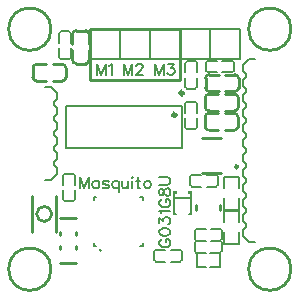
<source format=gto>
G04 Layer: TopSilkscreenLayer*
G04 EasyEDA v6.5.22, 2022-11-24 13:33:34*
G04 a569f08a9e4f4569b8c6db444d38c7d5,dbbd32702ee04327bcd14b3349a77860,10*
G04 Gerber Generator version 0.2*
G04 Scale: 100 percent, Rotated: No, Reflected: No *
G04 Dimensions in millimeters *
G04 leading zeros omitted , absolute positions ,4 integer and 5 decimal *
%FSLAX45Y45*%
%MOMM*%

%ADD10C,0.2032*%
%ADD11C,0.2540*%
%ADD12C,0.1524*%
%ADD13C,0.1520*%
%ADD14C,0.1500*%
%ADD15C,0.2030*%
%ADD16C,0.2450*%
%ADD17C,0.3000*%
%ADD18C,0.0180*%

%LPD*%
D10*
X569061Y-292313D02*
G01*
X569061Y-387563D01*
X569061Y-292313D02*
G01*
X605383Y-387563D01*
X641705Y-292313D02*
G01*
X605383Y-387563D01*
X641705Y-292313D02*
G01*
X641705Y-387563D01*
X671677Y-310347D02*
G01*
X680821Y-305775D01*
X694537Y-292313D01*
X694537Y-387563D01*
X794359Y-292313D02*
G01*
X794359Y-387563D01*
X794359Y-292313D02*
G01*
X830681Y-387563D01*
X867257Y-292313D02*
G01*
X830681Y-387563D01*
X867257Y-292313D02*
G01*
X867257Y-387563D01*
X901801Y-314919D02*
G01*
X901801Y-310347D01*
X906119Y-301203D01*
X910691Y-296631D01*
X919835Y-292313D01*
X938123Y-292313D01*
X947267Y-296631D01*
X951585Y-301203D01*
X956157Y-310347D01*
X956157Y-319491D01*
X951585Y-328635D01*
X942695Y-342097D01*
X897229Y-387563D01*
X960729Y-387563D01*
X1060805Y-292313D02*
G01*
X1060805Y-387563D01*
X1060805Y-292313D02*
G01*
X1097127Y-387563D01*
X1133449Y-292313D02*
G01*
X1097127Y-387563D01*
X1133449Y-292313D02*
G01*
X1133449Y-387563D01*
X1172565Y-292313D02*
G01*
X1222603Y-292313D01*
X1195425Y-328635D01*
X1208887Y-328635D01*
X1218031Y-333207D01*
X1222603Y-337779D01*
X1227175Y-351241D01*
X1227175Y-360385D01*
X1222603Y-374101D01*
X1213459Y-383245D01*
X1199743Y-387563D01*
X1186281Y-387563D01*
X1172565Y-383245D01*
X1167993Y-378673D01*
X1163421Y-369529D01*
X1116873Y-1776816D02*
G01*
X1107729Y-1781388D01*
X1098839Y-1790532D01*
X1094267Y-1799676D01*
X1094267Y-1817710D01*
X1098839Y-1826854D01*
X1107729Y-1835998D01*
X1116873Y-1840570D01*
X1130589Y-1845142D01*
X1153195Y-1845142D01*
X1166911Y-1840570D01*
X1176055Y-1835998D01*
X1185199Y-1826854D01*
X1189517Y-1817710D01*
X1189517Y-1799676D01*
X1185199Y-1790532D01*
X1176055Y-1781388D01*
X1166911Y-1776816D01*
X1153195Y-1776816D01*
X1153195Y-1799676D02*
G01*
X1153195Y-1776816D01*
X1094267Y-1719666D02*
G01*
X1098839Y-1733128D01*
X1112301Y-1742272D01*
X1135161Y-1746844D01*
X1148623Y-1746844D01*
X1171483Y-1742272D01*
X1185199Y-1733128D01*
X1189517Y-1719666D01*
X1189517Y-1710522D01*
X1185199Y-1696806D01*
X1171483Y-1687662D01*
X1148623Y-1683344D01*
X1135161Y-1683344D01*
X1112301Y-1687662D01*
X1098839Y-1696806D01*
X1094267Y-1710522D01*
X1094267Y-1719666D01*
X1094267Y-1644228D02*
G01*
X1094267Y-1594190D01*
X1130589Y-1621368D01*
X1130589Y-1607906D01*
X1135161Y-1598762D01*
X1139733Y-1594190D01*
X1153195Y-1589618D01*
X1162339Y-1589618D01*
X1176055Y-1594190D01*
X1185199Y-1603334D01*
X1189517Y-1616796D01*
X1189517Y-1630512D01*
X1185199Y-1644228D01*
X1180627Y-1648800D01*
X1171483Y-1653118D01*
X1112301Y-1559646D02*
G01*
X1107729Y-1550502D01*
X1094267Y-1536786D01*
X1189517Y-1536786D01*
X1116873Y-1438742D02*
G01*
X1107729Y-1443314D01*
X1098839Y-1452458D01*
X1094267Y-1461348D01*
X1094267Y-1479636D01*
X1098839Y-1488780D01*
X1107729Y-1497670D01*
X1116873Y-1502242D01*
X1130589Y-1506814D01*
X1153195Y-1506814D01*
X1166911Y-1502242D01*
X1176055Y-1497670D01*
X1185199Y-1488780D01*
X1189517Y-1479636D01*
X1189517Y-1461348D01*
X1185199Y-1452458D01*
X1176055Y-1443314D01*
X1166911Y-1438742D01*
X1153195Y-1438742D01*
X1153195Y-1461348D02*
G01*
X1153195Y-1438742D01*
X1094267Y-1385910D02*
G01*
X1098839Y-1399626D01*
X1107729Y-1404198D01*
X1116873Y-1404198D01*
X1126017Y-1399626D01*
X1130589Y-1390482D01*
X1135161Y-1372448D01*
X1139733Y-1358732D01*
X1148623Y-1349588D01*
X1157767Y-1345016D01*
X1171483Y-1345016D01*
X1180627Y-1349588D01*
X1185199Y-1354160D01*
X1189517Y-1367876D01*
X1189517Y-1385910D01*
X1185199Y-1399626D01*
X1180627Y-1404198D01*
X1171483Y-1408770D01*
X1157767Y-1408770D01*
X1148623Y-1404198D01*
X1139733Y-1395054D01*
X1135161Y-1381338D01*
X1130589Y-1363304D01*
X1126017Y-1354160D01*
X1116873Y-1349588D01*
X1107729Y-1349588D01*
X1098839Y-1354160D01*
X1094267Y-1367876D01*
X1094267Y-1385910D01*
X1094267Y-1315044D02*
G01*
X1162339Y-1315044D01*
X1176055Y-1310472D01*
X1185199Y-1301328D01*
X1189517Y-1287866D01*
X1189517Y-1278722D01*
X1185199Y-1265006D01*
X1176055Y-1255862D01*
X1162339Y-1251544D01*
X1094267Y-1251544D01*
X424687Y-1251894D02*
G01*
X424687Y-1347350D01*
X424687Y-1251894D02*
G01*
X461050Y-1347350D01*
X497418Y-1251894D02*
G01*
X461050Y-1347350D01*
X497418Y-1251894D02*
G01*
X497415Y-1347350D01*
X550141Y-1283713D02*
G01*
X541050Y-1288257D01*
X531959Y-1297350D01*
X527415Y-1310985D01*
X527415Y-1320076D01*
X531959Y-1333713D01*
X541050Y-1342804D01*
X550141Y-1347350D01*
X563778Y-1347350D01*
X572869Y-1342804D01*
X581959Y-1333713D01*
X586503Y-1320076D01*
X586506Y-1310985D01*
X581959Y-1297350D01*
X572869Y-1288257D01*
X563778Y-1283713D01*
X550141Y-1283713D01*
X666506Y-1297350D02*
G01*
X661959Y-1288257D01*
X648324Y-1283713D01*
X634685Y-1283713D01*
X621050Y-1288257D01*
X616506Y-1297348D01*
X621050Y-1306441D01*
X630140Y-1310985D01*
X652868Y-1315532D01*
X661959Y-1320076D01*
X666506Y-1329166D01*
X666506Y-1333713D01*
X661959Y-1342804D01*
X648324Y-1347350D01*
X634687Y-1347350D01*
X621050Y-1342804D01*
X616506Y-1333710D01*
X751047Y-1283713D02*
G01*
X751050Y-1379169D01*
X751050Y-1297350D02*
G01*
X741959Y-1288257D01*
X732868Y-1283713D01*
X719234Y-1283713D01*
X710140Y-1288257D01*
X701050Y-1297348D01*
X696506Y-1310985D01*
X696506Y-1320076D01*
X701050Y-1333710D01*
X710140Y-1342804D01*
X719234Y-1347350D01*
X732868Y-1347350D01*
X741959Y-1342804D01*
X751050Y-1333713D01*
X781050Y-1283713D02*
G01*
X781050Y-1329166D01*
X785596Y-1342804D01*
X794687Y-1347350D01*
X808324Y-1347350D01*
X817415Y-1342804D01*
X831049Y-1329166D01*
X831047Y-1283713D02*
G01*
X831049Y-1347350D01*
X861049Y-1251894D02*
G01*
X865596Y-1256441D01*
X870140Y-1251894D01*
X865596Y-1247350D01*
X861049Y-1251894D01*
X865596Y-1283713D02*
G01*
X865596Y-1347350D01*
X913777Y-1251894D02*
G01*
X913777Y-1329166D01*
X918324Y-1342804D01*
X927414Y-1347350D01*
X936505Y-1347350D01*
X900140Y-1283710D02*
G01*
X931956Y-1283713D01*
X989233Y-1283713D02*
G01*
X980142Y-1288257D01*
X971049Y-1297350D01*
X966505Y-1310985D01*
X966505Y-1320076D01*
X971049Y-1333713D01*
X980140Y-1342806D01*
X989233Y-1347350D01*
X1002868Y-1347350D01*
X1011958Y-1342806D01*
X1021049Y-1333713D01*
X1025596Y-1320076D01*
X1025596Y-1310985D01*
X1021049Y-1297350D01*
X1011956Y-1288257D01*
X1002868Y-1283713D01*
X989233Y-1283713D01*
G36*
X1335989Y-1366164D02*
G01*
X1335989Y-1396644D01*
X1371244Y-1396644D01*
X1371244Y-1366164D01*
G37*
G36*
X1210716Y-1366164D02*
G01*
X1210716Y-1396644D01*
X1245971Y-1396644D01*
X1245971Y-1366164D01*
G37*
D11*
X471304Y-291117D02*
G01*
X391302Y-291117D01*
X502290Y-180141D02*
G01*
X502290Y-260139D01*
X360324Y-180141D02*
G01*
X360324Y-260139D01*
X502871Y-122552D02*
G01*
X502871Y-42552D01*
X471888Y-11569D02*
G01*
X391891Y-11569D01*
X360911Y-122552D02*
G01*
X360911Y-42552D01*
D12*
X1574830Y-1232839D02*
G01*
X1495821Y-1232839D01*
X1495821Y-1332560D02*
G01*
X1574830Y-1332560D01*
X1590070Y-1317320D02*
G01*
X1590070Y-1248079D01*
X1371569Y-1232839D02*
G01*
X1450578Y-1232839D01*
X1450578Y-1332560D02*
G01*
X1371569Y-1332560D01*
X1356329Y-1317320D02*
G01*
X1356329Y-1248079D01*
D13*
X1218359Y-1564243D02*
G01*
X1238981Y-1564243D01*
X1363601Y-1564243D02*
G01*
X1343980Y-1564243D01*
D12*
X1363601Y-1388998D02*
G01*
X1363601Y-1564243D01*
X1218359Y-1388998D02*
G01*
X1218359Y-1564243D01*
X1363601Y-1429443D02*
G01*
X1218359Y-1429443D01*
D11*
X1612900Y-1531005D02*
G01*
X1612900Y-1491594D01*
X1409700Y-1491594D02*
G01*
X1409700Y-1531005D01*
D12*
X1772356Y-1345432D02*
G01*
X1772356Y-1249545D01*
X1640235Y-1249545D01*
X1640235Y-1345432D01*
X1772356Y-1430675D02*
G01*
X1772356Y-1526562D01*
X1640235Y-1526562D01*
X1640235Y-1430675D01*
X1640235Y-1718894D02*
G01*
X1640235Y-1814781D01*
X1772356Y-1814781D01*
X1772356Y-1718894D01*
X1640235Y-1633651D02*
G01*
X1640235Y-1537764D01*
X1772356Y-1537764D01*
X1772356Y-1633651D01*
D11*
X1616699Y-1216799D02*
G01*
X1456700Y-1216799D01*
X1456700Y-916800D02*
G01*
X1616699Y-916800D01*
D12*
X1191021Y-1967560D02*
G01*
X1270030Y-1967560D01*
X1270030Y-1867839D02*
G01*
X1191021Y-1867839D01*
X1285270Y-1952320D02*
G01*
X1285270Y-1883079D01*
X1066769Y-1867839D02*
G01*
X1145778Y-1867839D01*
X1145778Y-1967560D02*
G01*
X1066769Y-1967560D01*
X1051529Y-1952320D02*
G01*
X1051529Y-1883079D01*
D14*
X1606288Y-1895797D02*
G01*
X1606288Y-2015802D01*
X1529288Y-1895797D02*
G01*
X1606288Y-1895797D01*
X1416286Y-1895797D02*
G01*
X1416286Y-2015802D01*
X1493286Y-1895797D02*
G01*
X1416286Y-1895797D01*
X1493286Y-2015802D02*
G01*
X1416286Y-2015802D01*
X1529288Y-2015802D02*
G01*
X1606288Y-2015802D01*
D11*
X221094Y-1714136D02*
G01*
X221094Y-1414134D01*
X21094Y-1414137D02*
G01*
X21094Y-1714136D01*
D12*
X1292227Y-650501D02*
G01*
X1292227Y-1004780D01*
X306986Y-1004780D01*
X306986Y-650501D01*
X1292227Y-650501D01*
X538947Y-1444185D02*
G01*
X538947Y-1419616D01*
X563516Y-1419616D01*
X954186Y-1444185D02*
G01*
X954186Y-1419616D01*
X929617Y-1419616D01*
X538947Y-1810285D02*
G01*
X538947Y-1834855D01*
X563516Y-1834855D01*
X954186Y-1810285D02*
G01*
X954186Y-1834855D01*
X929617Y-1834855D01*
D11*
X387243Y-1601365D02*
G01*
X257246Y-1601365D01*
X257246Y-1981354D02*
G01*
X387243Y-1981354D01*
X257246Y-1863140D02*
G01*
X257246Y-1839468D01*
X257246Y-1743252D02*
G01*
X257246Y-1719579D01*
X387243Y-1863140D02*
G01*
X387243Y-1839468D01*
X387243Y-1743252D02*
G01*
X387243Y-1719579D01*
X1487233Y-495322D02*
G01*
X1487233Y-415320D01*
X1598208Y-526308D02*
G01*
X1518211Y-526308D01*
X1598208Y-384342D02*
G01*
X1518211Y-384342D01*
X1655798Y-526889D02*
G01*
X1735797Y-526889D01*
X1766780Y-495907D02*
G01*
X1766780Y-415909D01*
X1655798Y-384929D02*
G01*
X1735797Y-384929D01*
D12*
X1612930Y-1690039D02*
G01*
X1533921Y-1690039D01*
X1533921Y-1789760D02*
G01*
X1612930Y-1789760D01*
X1628170Y-1774520D02*
G01*
X1628170Y-1705279D01*
X1409669Y-1690039D02*
G01*
X1488678Y-1690039D01*
X1488678Y-1789760D02*
G01*
X1409669Y-1789760D01*
X1394429Y-1774520D02*
G01*
X1394429Y-1705279D01*
X1829628Y-630077D02*
G01*
X1804228Y-604677D01*
X1804228Y-553877D01*
X1829628Y-528477D01*
X1829628Y-503077D01*
X1804228Y-477677D01*
X1804228Y-426877D01*
X1829628Y-401477D01*
X1829628Y-376077D01*
X1804228Y-350677D01*
X1804228Y-299877D01*
X1855028Y-249077D01*
X1905828Y-249077D01*
X1905828Y-1798477D02*
G01*
X1855028Y-1798477D01*
X1804228Y-1747677D01*
X1829628Y-884077D02*
G01*
X1804228Y-858677D01*
X1804228Y-807877D01*
X1829628Y-782477D01*
X1829628Y-757077D01*
X1804228Y-731677D01*
X1804228Y-680877D01*
X1829628Y-655477D01*
X1829628Y-884077D02*
G01*
X1804228Y-858677D01*
X1804228Y-807877D01*
X1829628Y-782477D01*
X1829628Y-757077D01*
X1804228Y-731677D01*
X1804228Y-680877D01*
X1829628Y-655477D01*
X1829628Y-630077D01*
X1829628Y-1138077D02*
G01*
X1804228Y-1112677D01*
X1804228Y-1061877D01*
X1829628Y-1036477D01*
X1829628Y-1011077D01*
X1804228Y-985677D01*
X1804228Y-934877D01*
X1829628Y-909477D01*
X1829628Y-1138077D02*
G01*
X1804228Y-1112677D01*
X1804228Y-1061877D01*
X1829628Y-1036477D01*
X1829628Y-1011077D01*
X1804228Y-985677D01*
X1804228Y-934877D01*
X1829628Y-909477D01*
X1829628Y-884077D01*
X1829628Y-1392077D02*
G01*
X1804228Y-1366677D01*
X1804228Y-1315877D01*
X1829628Y-1290477D01*
X1829628Y-1265077D01*
X1804228Y-1239677D01*
X1804228Y-1188877D01*
X1829628Y-1163477D01*
X1829628Y-1392077D02*
G01*
X1804228Y-1366677D01*
X1804228Y-1315877D01*
X1829628Y-1290477D01*
X1829628Y-1265077D01*
X1804228Y-1239677D01*
X1804228Y-1188877D01*
X1829628Y-1163477D01*
X1829628Y-1138077D01*
X1829628Y-1646077D02*
G01*
X1804228Y-1620677D01*
X1804228Y-1569877D01*
X1829628Y-1544477D01*
X1829628Y-1519077D01*
X1804228Y-1493677D01*
X1804228Y-1442877D01*
X1829628Y-1417477D01*
X1829628Y-1646077D02*
G01*
X1804228Y-1620677D01*
X1804228Y-1569877D01*
X1829628Y-1544477D01*
X1829628Y-1519077D01*
X1804228Y-1493677D01*
X1804228Y-1442877D01*
X1829628Y-1417477D01*
X1829628Y-1392077D01*
X1804228Y-1747677D02*
G01*
X1804228Y-1696877D01*
X1829628Y-1671477D01*
X1829628Y-1671477D02*
G01*
X1804228Y-1696877D01*
X1804228Y-1747677D01*
X1804228Y-1696877D01*
X1829628Y-1671477D01*
X1829628Y-1646077D01*
X1804228Y-1620677D01*
X1804228Y-1569877D01*
X1829628Y-1544477D01*
X1829628Y-1519077D01*
X1804228Y-1493677D01*
X1804228Y-1442877D01*
X1829628Y-1417477D01*
X1829628Y-1392077D01*
X1804228Y-1366677D01*
X1804228Y-1315877D01*
X1829628Y-1290477D01*
X1829628Y-1265077D01*
X1804228Y-1239677D01*
X1804228Y-1188877D01*
X1829628Y-1163477D01*
X1829628Y-1138077D01*
X1804228Y-1112677D01*
X1804228Y-1061877D01*
X1829628Y-1036477D01*
X1829628Y-1011077D01*
X1804228Y-985677D01*
X1804228Y-934877D01*
X1829628Y-909477D01*
X1829628Y-884077D01*
X1804228Y-858677D01*
X1804228Y-807877D01*
X1829628Y-782477D01*
X1829628Y-757077D01*
X1804228Y-731677D01*
X1804228Y-680877D01*
X1829628Y-655477D01*
X1829628Y-630077D01*
X1804228Y-604677D01*
X1804228Y-553877D01*
X1829628Y-528477D01*
X1829628Y-503077D01*
X1804228Y-477677D01*
X1804228Y-426877D01*
X1829628Y-401477D01*
X1829628Y-376077D01*
X1804228Y-350677D01*
X1804228Y-299877D01*
X1855028Y-249077D01*
X1905828Y-249077D01*
D10*
X1272677Y-250093D02*
G01*
X1018677Y-250093D01*
X1018677Y3906D01*
X1272677Y3906D01*
X1272677Y-186593D01*
D15*
X1272677Y-250093D02*
G01*
X1272677Y-186593D01*
D10*
X1018677Y-250093D02*
G01*
X764677Y-250093D01*
X764677Y3906D01*
X1018677Y3906D01*
X1018677Y-186593D01*
D15*
X1018677Y-250093D02*
G01*
X1018677Y-186593D01*
D10*
X764677Y-250093D02*
G01*
X510677Y-250093D01*
X510677Y3906D01*
X764677Y3906D01*
X764677Y-186593D01*
D15*
X764677Y-250093D02*
G01*
X764677Y-186593D01*
D10*
X1779254Y-250093D02*
G01*
X1525254Y-250093D01*
X1525254Y3906D01*
X1779254Y3906D01*
X1779254Y-186593D01*
D15*
X1779254Y-250093D02*
G01*
X1779254Y-186593D01*
D10*
X1525061Y-250093D02*
G01*
X1271061Y-250093D01*
X1271061Y3906D01*
X1525061Y3906D01*
X1525061Y-186593D01*
D15*
X1525061Y-250093D02*
G01*
X1525061Y-186593D01*
D12*
X1414896Y-487923D02*
G01*
X1414896Y-408914D01*
X1315176Y-408914D02*
G01*
X1315176Y-487923D01*
X1330416Y-503163D02*
G01*
X1399656Y-503163D01*
X1414896Y-284662D02*
G01*
X1414896Y-363672D01*
X1315176Y-363672D02*
G01*
X1315176Y-284662D01*
X1330416Y-269422D02*
G01*
X1399656Y-269422D01*
X1506590Y-365099D02*
G01*
X1585600Y-365099D01*
X1585600Y-265379D02*
G01*
X1506590Y-265379D01*
X1491350Y-280619D02*
G01*
X1491350Y-349859D01*
X1709851Y-365099D02*
G01*
X1630842Y-365099D01*
X1630842Y-265379D02*
G01*
X1709851Y-265379D01*
X1725091Y-280619D02*
G01*
X1725091Y-349859D01*
X1612930Y-1791639D02*
G01*
X1533921Y-1791639D01*
X1533921Y-1891360D02*
G01*
X1612930Y-1891360D01*
X1628170Y-1876120D02*
G01*
X1628170Y-1806879D01*
X1409669Y-1791639D02*
G01*
X1488678Y-1791639D01*
X1488678Y-1891360D02*
G01*
X1409669Y-1891360D01*
X1394429Y-1876120D02*
G01*
X1394429Y-1806879D01*
X380111Y-1440647D02*
G01*
X380111Y-1361638D01*
X280390Y-1361638D02*
G01*
X280390Y-1440647D01*
X295630Y-1455887D02*
G01*
X364870Y-1455887D01*
X380111Y-1237386D02*
G01*
X380111Y-1316395D01*
X280390Y-1316395D02*
G01*
X280390Y-1237386D01*
X295630Y-1222146D02*
G01*
X364870Y-1222146D01*
X1316177Y-627923D02*
G01*
X1316177Y-706932D01*
X1415897Y-706932D02*
G01*
X1415897Y-627923D01*
X1400657Y-612683D02*
G01*
X1331417Y-612683D01*
X1316177Y-831184D02*
G01*
X1316177Y-752175D01*
X1415897Y-752175D02*
G01*
X1415897Y-831184D01*
X1400657Y-846424D02*
G01*
X1331417Y-846424D01*
X232699Y-1226571D02*
G01*
X181899Y-1277371D01*
X131099Y-1277371D01*
X207299Y-1150371D02*
G01*
X232699Y-1175771D01*
X232699Y-1226571D01*
X207299Y-1251971D01*
X207299Y-1251971D01*
X207299Y-1150371D02*
G01*
X232699Y-1175771D01*
X232699Y-1226571D01*
X207299Y-1251971D01*
X207299Y-1251971D01*
X207299Y-616971D02*
G01*
X232699Y-591571D01*
X232699Y-540771D01*
X232699Y-591571D01*
X207299Y-616971D01*
X207299Y-642371D01*
X232699Y-667771D01*
X232699Y-718571D01*
X207299Y-743971D01*
X207299Y-769371D01*
X232699Y-794771D01*
X232699Y-845571D01*
X207299Y-870971D01*
X207299Y-896371D01*
X232699Y-921771D01*
X232699Y-972571D01*
X207299Y-997971D01*
X207299Y-1023371D01*
X232699Y-1048771D01*
X232699Y-1099571D01*
X207299Y-1124971D01*
X207299Y-1150371D01*
X232699Y-1175771D01*
X232699Y-1226571D01*
X207299Y-1251971D01*
X207299Y-1251971D01*
X232699Y-1226571D02*
G01*
X181899Y-1277371D01*
X131099Y-1277371D01*
X131099Y-489971D02*
G01*
X181899Y-489971D01*
X232699Y-540771D01*
X207299Y-896371D02*
G01*
X232699Y-921771D01*
X232699Y-972571D01*
X207299Y-997971D01*
X207299Y-1023371D01*
X232699Y-1048771D01*
X232699Y-1099571D01*
X207299Y-1124971D01*
X207299Y-896371D02*
G01*
X232699Y-921771D01*
X232699Y-972571D01*
X207299Y-997971D01*
X207299Y-1023371D01*
X232699Y-1048771D01*
X232699Y-1099571D01*
X207299Y-1124971D01*
X207299Y-1150371D01*
X207299Y-642371D02*
G01*
X232699Y-667771D01*
X232699Y-718571D01*
X207299Y-743971D01*
X207299Y-769371D01*
X232699Y-794771D01*
X232699Y-845571D01*
X207299Y-870971D01*
X207299Y-642371D02*
G01*
X232699Y-667771D01*
X232699Y-718571D01*
X207299Y-743971D01*
X207299Y-769371D01*
X232699Y-794771D01*
X232699Y-845571D01*
X207299Y-870971D01*
X207299Y-896371D01*
X232699Y-540771D02*
G01*
X232699Y-591571D01*
X207299Y-616971D01*
D11*
X1483230Y-823572D02*
G01*
X1483230Y-743569D01*
X1594205Y-854557D02*
G01*
X1514208Y-854557D01*
X1594205Y-712591D02*
G01*
X1514208Y-712591D01*
X1651795Y-855139D02*
G01*
X1731794Y-855139D01*
X1762777Y-824156D02*
G01*
X1762777Y-744159D01*
X1651795Y-713178D02*
G01*
X1731794Y-713178D01*
X1485231Y-659447D02*
G01*
X1485231Y-579445D01*
X1596207Y-690432D02*
G01*
X1516209Y-690432D01*
X1596207Y-548467D02*
G01*
X1516209Y-548467D01*
X1653796Y-691014D02*
G01*
X1733796Y-691014D01*
X1764779Y-660031D02*
G01*
X1764779Y-580034D01*
X1653796Y-549054D02*
G01*
X1733796Y-549054D01*
X305117Y-328068D02*
G01*
X305117Y-408071D01*
X194142Y-297083D02*
G01*
X274139Y-297083D01*
X194142Y-439049D02*
G01*
X274139Y-439049D01*
X136552Y-296501D02*
G01*
X56553Y-296501D01*
X25570Y-327484D02*
G01*
X25570Y-407482D01*
X136552Y-438462D02*
G01*
X56553Y-438462D01*
D12*
X346085Y-237733D02*
G01*
X346085Y-158724D01*
X246364Y-158724D02*
G01*
X246364Y-237733D01*
X261604Y-252973D02*
G01*
X330845Y-252973D01*
X346085Y-34472D02*
G01*
X346085Y-113482D01*
X246364Y-113482D02*
G01*
X246364Y-34472D01*
X261604Y-19232D02*
G01*
X330845Y-19232D01*
D11*
G75*
G01*
X471889Y-11565D02*
G02*
X502872Y-42548I0J-30983D01*
G75*
G01*
X360906Y-42548D02*
G02*
X391892Y-11565I30983J0D01*
G75*
G01*
X502290Y-260134D02*
G02*
X471305Y-291117I-30983J0D01*
G75*
G01*
X391307Y-291117D02*
G02*
X360324Y-260134I0J30983D01*
D12*
G75*
G01*
X1574830Y-1332560D02*
G03*
X1590070Y-1317320I0J15240D01*
G75*
G01*
X1590070Y-1248080D02*
G03*
X1574830Y-1232840I-15240J0D01*
G75*
G01*
X1371570Y-1332560D02*
G02*
X1356330Y-1317320I0J15240D01*
G75*
G01*
X1356330Y-1248080D02*
G02*
X1371570Y-1232840I15240J0D01*
G75*
G01*
X1270030Y-1967560D02*
G03*
X1285270Y-1952320I0J15240D01*
G75*
G01*
X1285270Y-1883080D02*
G03*
X1270030Y-1867840I-15240J0D01*
G75*
G01*
X1066770Y-1967560D02*
G02*
X1051530Y-1952320I0J15240D01*
G75*
G01*
X1051530Y-1883080D02*
G02*
X1066770Y-1867840I15240J0D01*
D11*
G75*
G01*
X1766786Y-495907D02*
G02*
X1735803Y-526890I-30983J0D01*
G75*
G01*
X1735803Y-384924D02*
G02*
X1766786Y-415910I0J-30983D01*
G75*
G01*
X1518216Y-526308D02*
G02*
X1487233Y-495323I0J30983D01*
G75*
G01*
X1487233Y-415326D02*
G02*
X1518216Y-384343I30983J0D01*
D12*
G75*
G01*
X1612930Y-1789760D02*
G03*
X1628170Y-1774520I0J15240D01*
G75*
G01*
X1628170Y-1705280D02*
G03*
X1612930Y-1690040I-15240J0D01*
G75*
G01*
X1409670Y-1789760D02*
G02*
X1394430Y-1774520I0J15240D01*
G75*
G01*
X1394430Y-1705280D02*
G02*
X1409670Y-1690040I15240J0D01*
G75*
G01*
X1315176Y-487924D02*
G03*
X1330416Y-503164I15240J0D01*
G75*
G01*
X1399657Y-503164D02*
G03*
X1414897Y-487924I0J15240D01*
G75*
G01*
X1315176Y-284663D02*
G02*
X1330416Y-269423I15240J0D01*
G75*
G01*
X1399657Y-269423D02*
G02*
X1414897Y-284663I0J-15240D01*
G75*
G01*
X1506591Y-265379D02*
G03*
X1491351Y-280619I0J-15240D01*
G75*
G01*
X1491351Y-349860D02*
G03*
X1506591Y-365100I15240J0D01*
G75*
G01*
X1709852Y-265379D02*
G02*
X1725092Y-280619I0J-15240D01*
G75*
G01*
X1725092Y-349860D02*
G02*
X1709852Y-365100I-15240J0D01*
G75*
G01*
X1612930Y-1891360D02*
G03*
X1628170Y-1876120I0J15240D01*
G75*
G01*
X1628170Y-1806880D02*
G03*
X1612930Y-1791640I-15240J0D01*
G75*
G01*
X1409670Y-1891360D02*
G02*
X1394430Y-1876120I0J15240D01*
G75*
G01*
X1394430Y-1806880D02*
G02*
X1409670Y-1791640I15240J0D01*
G75*
G01*
X280391Y-1440647D02*
G03*
X295631Y-1455887I15240J0D01*
G75*
G01*
X364871Y-1455887D02*
G03*
X380111Y-1440647I0J15240D01*
G75*
G01*
X280391Y-1237386D02*
G02*
X295631Y-1222146I15240J0D01*
G75*
G01*
X364871Y-1222146D02*
G02*
X380111Y-1237386I0J-15240D01*
G75*
G01*
X1415898Y-627924D02*
G03*
X1400658Y-612684I-15240J0D01*
G75*
G01*
X1331417Y-612684D02*
G03*
X1316177Y-627924I0J-15240D01*
G75*
G01*
X1415898Y-831185D02*
G02*
X1400658Y-846425I-15240J0D01*
G75*
G01*
X1331417Y-846425D02*
G02*
X1316177Y-831185I0J15240D01*
D11*
G75*
G01*
X1762783Y-824156D02*
G02*
X1731800Y-855139I-30983J0D01*
G75*
G01*
X1731800Y-713174D02*
G02*
X1762783Y-744159I0J-30982D01*
G75*
G01*
X1514213Y-854558D02*
G02*
X1483230Y-823572I0J30983D01*
G75*
G01*
X1483230Y-743575D02*
G02*
X1514213Y-712592I30983J0D01*
G75*
G01*
X1764784Y-660032D02*
G02*
X1733801Y-691015I-30983J0D01*
G75*
G01*
X1733801Y-549049D02*
G02*
X1764784Y-580034I0J-30983D01*
G75*
G01*
X1516215Y-690433D02*
G02*
X1485232Y-659448I0J30983D01*
G75*
G01*
X1485232Y-579450D02*
G02*
X1516215Y-548467I30983J0D01*
G75*
G01*
X25565Y-327485D02*
G02*
X56548Y-296502I30983J0D01*
G75*
G01*
X56548Y-438467D02*
G02*
X25565Y-407482I0J30982D01*
G75*
G01*
X274135Y-297083D02*
G02*
X305117Y-328069I0J-30983D01*
G75*
G01*
X305117Y-408066D02*
G02*
X274135Y-439049I-30982J0D01*
D12*
G75*
G01*
X246365Y-237734D02*
G03*
X261605Y-252974I15240J0D01*
G75*
G01*
X330845Y-252974D02*
G03*
X346085Y-237734I0J15240D01*
G75*
G01*
X246365Y-34473D02*
G02*
X261605Y-19233I15240J0D01*
G75*
G01*
X330845Y-19233D02*
G02*
X346085Y-34473I0J-15240D01*
D16*
G75*
G01
X179121Y178D02*
G03X179121Y178I-179603J0D01*
G75*
G01
X179121Y-2031822D02*
G03X179121Y-2031822I-179603J0D01*
G75*
G01
X2211146Y457D02*
G03X2211146Y457I-179603J0D01*
G75*
G01
X2211146Y-2031543D02*
G03X2211146Y-2031543I-179603J0D01*
D11*
G75*
G01
X1761896Y-1164311D02*
G03X1761896Y-1164311I-12700J0D01*
G75*
G01
X184582Y-1564157D02*
G03X184582Y-1564157I-63500J0D01*
D17*
G75*
G01
X1237132Y-725729D02*
G03X1237132Y-725729I-15011J0D01*
G75*
G01
X1299515Y-541045D02*
G03X1299515Y-541045I-15011J0D01*
D14*
G75*
G01
X604088Y-1872234D02*
G03X604088Y-1872234I-7493J0D01*
D11*
X510895Y177D02*
G01*
X1273479Y177D01*
X1273479Y-433146D01*
X510895Y-433146D01*
X510895Y177D01*
M02*

</source>
